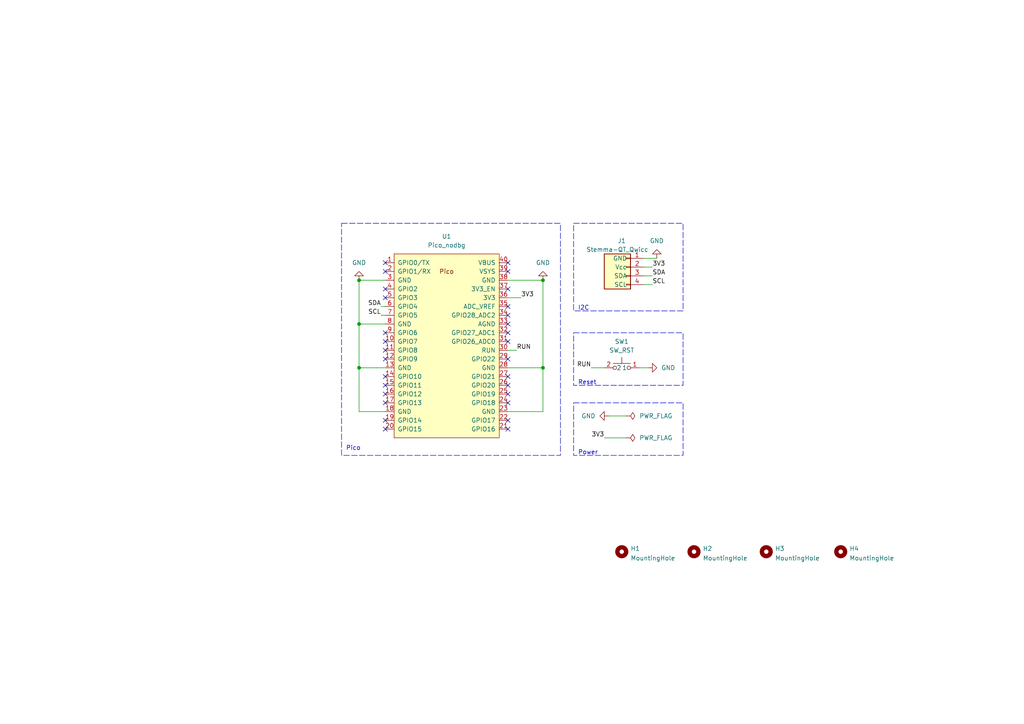
<source format=kicad_sch>
(kicad_sch (version 20230121) (generator eeschema)
  (paper "A4")
  (title_block (title "PCB-Proto-Shim") (date "2025-01-14") (rev "1.00") (company "Bernhard Bablok") (comment 1 "https://github.com/bablokb/pcb-proto-shim"))
  (lib_symbols
    (symbol "Mechanical:MountingHole" (pin_names (offset 1.016))
      (property "Reference" "H" (at 0 5.08 0))
      (property "Value" "MountingHole" (at 0 3.175 0))
      (symbol "MountingHole_0_1"
        (circle (center 0 0) (radius 1.27) (stroke (width 1.27)))
      )
    )
    (symbol "power:GND" (power) (pin_names (offset 0))
      (property "Value" "GND" (at 0 -3.81 0))
      (symbol "GND_0_1"
        (polyline (pts (xy 0 0) (xy 0 -1.27) (xy 1.27 -1.27) (xy 0 -2.54) (xy -1.27 -1.27) (xy 0 -1.27)))
      )
      (symbol "GND_1_1"
        (pin power_in line (at 0 0 270) (length 0) hide (name "GND") (number "1"))
      )
    )
    (symbol "power:PWR_FLAG" (power) (pin_numbers hide) (pin_names (offset 0) hide)
      (property "Value" "PWR_FLAG" (at 0 3.81 0))
      (symbol "PWR_FLAG_0_0"
        (pin power_out line (at 0 0 90) (length 0) (name "pwr") (number "1"))
      )
      (symbol "PWR_FLAG_0_1"
        (polyline (pts (xy 0 0) (xy 0 1.27) (xy -1.016 1.905) (xy 0 2.54) (xy 1.016 1.905) (xy 0 1.27)))
      )
    )
    (symbol "user:Pico_nodbg" (pin_names (offset 1.016))
      (property "Reference" "U" (at -13.97 27.94 0))
      (property "Value" "Pico_nodbg" (at 0 19.05 0))
      (symbol "Pico_nodbg_0_0"
        (text "Pico" (at 0 21.59 0) (effects (font (size 1.27 1.27))))
      )
      (symbol "Pico_nodbg_0_1"
        (rectangle (start -15.24 26.67) (end 15.24 -26.67) (fill (type background)))
      )
      (symbol "Pico_nodbg_1_1"
        (pin bidirectional line (at -17.78 24.13 0) (length 2.54) (name "GPIO0/TX") (number "1"))
        (pin bidirectional line (at -17.78 1.27 0) (length 2.54) (name "GPIO7") (number "10"))
        (pin bidirectional line (at -17.78 -1.27 0) (length 2.54) (name "GPIO8") (number "11"))
        (pin bidirectional line (at -17.78 -3.81 0) (length 2.54) (name "GPIO9") (number "12"))
        (pin power_in line (at -17.78 -6.35 0) (length 2.54) (name "GND") (number "13"))
        (pin bidirectional line (at -17.78 -8.89 0) (length 2.54) (name "GPIO10") (number "14"))
        (pin bidirectional line (at -17.78 -11.43 0) (length 2.54) (name "GPIO11") (number "15"))
        (pin bidirectional line (at -17.78 -13.97 0) (length 2.54) (name "GPIO12") (number "16"))
        (pin bidirectional line (at -17.78 -16.51 0) (length 2.54) (name "GPIO13") (number "17"))
        (pin power_in line (at -17.78 -19.05 0) (length 2.54) (name "GND") (number "18"))
        (pin bidirectional line (at -17.78 -21.59 0) (length 2.54) (name "GPIO14") (number "19"))
        (pin bidirectional line (at -17.78 21.59 0) (length 2.54) (name "GPIO1/RX") (number "2"))
        (pin bidirectional line (at -17.78 -24.13 0) (length 2.54) (name "GPIO15") (number "20"))
        (pin bidirectional line (at 17.78 -24.13 180) (length 2.54) (name "GPIO16") (number "21"))
        (pin bidirectional line (at 17.78 -21.59 180) (length 2.54) (name "GPIO17") (number "22"))
        (pin power_in line (at 17.78 -19.05 180) (length 2.54) (name "GND") (number "23"))
        (pin bidirectional line (at 17.78 -16.51 180) (length 2.54) (name "GPIO18") (number "24"))
        (pin bidirectional line (at 17.78 -13.97 180) (length 2.54) (name "GPIO19") (number "25"))
        (pin bidirectional line (at 17.78 -11.43 180) (length 2.54) (name "GPIO20") (number "26"))
        (pin bidirectional line (at 17.78 -8.89 180) (length 2.54) (name "GPIO21") (number "27"))
        (pin power_in line (at 17.78 -6.35 180) (length 2.54) (name "GND") (number "28"))
        (pin bidirectional line (at 17.78 -3.81 180) (length 2.54) (name "GPIO22") (number "29"))
        (pin power_in line (at -17.78 19.05 0) (length 2.54) (name "GND") (number "3"))
        (pin input line (at 17.78 -1.27 180) (length 2.54) (name "RUN") (number "30"))
        (pin bidirectional line (at 17.78 1.27 180) (length 2.54) (name "GPIO26_ADC0") (number "31"))
        (pin bidirectional line (at 17.78 3.81 180) (length 2.54) (name "GPIO27_ADC1") (number "32"))
        (pin power_in line (at 17.78 6.35 180) (length 2.54) (name "AGND") (number "33"))
        (pin bidirectional line (at 17.78 8.89 180) (length 2.54) (name "GPIO28_ADC2") (number "34"))
        (pin power_in line (at 17.78 11.43 180) (length 2.54) (name "ADC_VREF") (number "35"))
        (pin power_in line (at 17.78 13.97 180) (length 2.54) (name "3V3") (number "36"))
        (pin power_in line (at 17.78 16.51 180) (length 2.54) (name "3V3_EN") (number "37"))
        (pin power_in line (at 17.78 19.05 180) (length 2.54) (name "GND") (number "38"))
        (pin power_in line (at 17.78 21.59 180) (length 2.54) (name "VSYS") (number "39"))
        (pin bidirectional line (at -17.78 16.51 0) (length 2.54) (name "GPIO2") (number "4"))
        (pin power_in line (at 17.78 24.13 180) (length 2.54) (name "VBUS") (number "40"))
        (pin bidirectional line (at -17.78 13.97 0) (length 2.54) (name "GPIO3") (number "5"))
        (pin bidirectional line (at -17.78 11.43 0) (length 2.54) (name "GPIO4") (number "6"))
        (pin bidirectional line (at -17.78 8.89 0) (length 2.54) (name "GPIO5") (number "7"))
        (pin power_in line (at -17.78 6.35 0) (length 2.54) (name "GND") (number "8"))
        (pin bidirectional line (at -17.78 3.81 0) (length 2.54) (name "GPIO6") (number "9"))
      )
    )
    (symbol "user:SW_Push_Vertical" (pin_names (offset 1.016))
      (property "Reference" "SW" (at 1.27 2.54 0))
      (property "Value" "SW_Push_Vertical" (at 0 -2.54 0))
      (symbol "SW_Push_Vertical_0_1"
        (circle (center -2.032 0) (radius 0.508))
        (polyline (pts (xy 0 1.27) (xy 0 3.048)))
        (polyline (pts (xy 2.54 1.27) (xy -2.54 1.27)))
        (circle (center 2.032 0) (radius 0.508))
        (pin passive line (at -5.08 0 0) (length 2.54) (name "1") (number "1"))
        (pin passive line (at 5.08 0 180) (length 2.54) (name "2") (number "2"))
      )
    )
    (symbol "user:Stemma-QT_Qwicc" (pin_names (offset 1.016))
      (property "Reference" "J" (at 2.54 8.89 0))
      (property "Value" "Stemma-QT_Qwicc" (at 2.54 6.35 0))
      (symbol "Stemma-QT_Qwicc_1_1"
        (rectangle (start -1.27 -4.953) (end 0 -5.207) (stroke (width 0.1524)))
        (rectangle (start -1.27 -2.413) (end 0 -2.667) (stroke (width 0.1524)))
        (rectangle (start -1.27 0.127) (end 0 -0.127) (stroke (width 0.1524)))
        (rectangle (start -1.27 2.667) (end 0 2.413) (stroke (width 0.1524)))
        (rectangle (start -1.27 3.81) (end 6.35 -6.35) (stroke (width 0.254)) (fill (type background)))
        (pin power_in line (at -5.08 2.54 0) (length 3.81) (name "GND") (number "1"))
        (pin power_in line (at -5.08 0 0) (length 3.81) (name "Vcc") (number "2"))
        (pin bidirectional line (at -5.08 -2.54 0) (length 3.81) (name "SDA") (number "3"))
        (pin bidirectional line (at -5.08 -5.08 0) (length 3.81) (name "SCL") (number "4"))
      )
    )
  )
  (junction (at 104.14 106.68))
  (junction (at 157.48 81.28))
  (junction (at 157.48 106.68))
  (junction (at 104.14 93.98))
  (junction (at 104.14 81.28))
  (no_connect (at 111.76 86.36))
  (no_connect (at 147.32 91.44))
  (no_connect (at 147.32 121.92))
  (no_connect (at 111.76 96.52))
  (no_connect (at 111.76 124.46))
  (no_connect (at 147.32 78.74))
  (no_connect (at 111.76 104.14))
  (no_connect (at 111.76 101.6))
  (no_connect (at 111.76 114.3))
  (no_connect (at 147.32 96.52))
  (no_connect (at 111.76 99.06))
  (no_connect (at 147.32 111.76))
  (no_connect (at 111.76 109.22))
  (no_connect (at 147.32 104.14))
  (no_connect (at 111.76 76.2))
  (no_connect (at 111.76 116.84))
  (no_connect (at 147.32 76.2))
  (no_connect (at 147.32 93.98))
  (no_connect (at 111.76 121.92))
  (no_connect (at 147.32 99.06))
  (no_connect (at 147.32 114.3))
  (no_connect (at 147.32 83.82))
  (no_connect (at 111.76 111.76))
  (no_connect (at 147.32 88.9))
  (no_connect (at 147.32 124.46))
  (no_connect (at 147.32 109.22))
  (no_connect (at 111.76 83.82))
  (no_connect (at 111.76 78.74))
  (no_connect (at 147.32 116.84))
  (wire (pts (xy 110.49 91.44) (xy 111.76 91.44)))
  (wire (pts (xy 187.96 106.68) (xy 185.42 106.68)))
  (wire (pts (xy 104.14 93.98) (xy 104.14 106.68)))
  (wire (pts (xy 157.48 106.68) (xy 147.32 106.68)))
  (wire (pts (xy 151.13 86.36) (xy 147.32 86.36)))
  (wire (pts (xy 189.23 80.01) (xy 186.69 80.01)))
  (wire (pts (xy 147.32 81.28) (xy 157.48 81.28)))
  (wire (pts (xy 104.14 81.28) (xy 104.14 93.98)))
  (wire (pts (xy 104.14 119.38) (xy 111.76 119.38)))
  (wire (pts (xy 104.14 106.68) (xy 104.14 119.38)))
  (wire (pts (xy 189.23 77.47) (xy 186.69 77.47)))
  (wire (pts (xy 111.76 81.28) (xy 104.14 81.28)))
  (wire (pts (xy 175.26 127) (xy 181.61 127)))
  (wire (pts (xy 176.53 120.65) (xy 181.61 120.65)))
  (wire (pts (xy 149.86 101.6) (xy 147.32 101.6)))
  (wire (pts (xy 190.5 74.93) (xy 186.69 74.93)))
  (wire (pts (xy 104.14 106.68) (xy 111.76 106.68)))
  (wire (pts (xy 189.23 82.55) (xy 186.69 82.55)))
  (wire (pts (xy 171.45 106.68) (xy 175.26 106.68)))
  (wire (pts (xy 110.49 88.9) (xy 111.76 88.9)))
  (wire (pts (xy 157.48 119.38) (xy 147.32 119.38)))
  (wire (pts (xy 157.48 106.68) (xy 157.48 119.38)))
  (wire (pts (xy 157.48 81.28) (xy 157.48 106.68)))
  (wire (pts (xy 104.14 93.98) (xy 111.76 93.98)))
  (rectangle (start 166.37 96.52) (end 198.12 111.76) (stroke (width 0) (type dash)))
  (rectangle (start 166.37 64.77) (end 198.12 90.17) (stroke (width 0) (type dash)))
  (rectangle (start 99.06 64.77) (end 162.56 132.08) (stroke (width 0) (type dash)))
  (rectangle (start 166.37 116.84) (end 198.12 132.08) (stroke (width 0) (type dash)))
  (text "Reset" (at 167.64 111.76 0) (effects (font (size 1.27 1.27)) (justify left bottom)))
  (text "Pico" (at 100.33 130.81 0) (effects (font (size 1.27 1.27)) (justify left bottom)))
  (text "Power" (at 167.64 132.08 0) (effects (font (size 1.27 1.27)) (justify left bottom)))
  (text "I2C" (at 167.64 90.17 0) (effects (font (size 1.27 1.27)) (justify left bottom)))
  (label "SDA" (at 110.49 88.9 180))
  (label "SCL" (at 110.49 91.44 180))
  (label "RUN" (at 171.45 106.68 180))
  (label "SDA" (at 189.23 80.01 0))
  (label "3V3" (at 189.23 77.47 0))
  (label "RUN" (at 149.86 101.6 0))
  (label "3V3" (at 151.13 86.36 0))
  (label "3V3" (at 175.26 127 180))
  (label "SCL" (at 189.23 82.55 0))
  (symbol (lib_id "power:GND") (at 157.48 81.28 180) (unit 1)
    (property "Reference" "#PWR04" (effects hide))
    (property "Value" "GND" (at 157.48 76.2 0))
  )
  (symbol (lib_id "power:GND") (at 176.53 120.65 270) (unit 1)
    (property "Reference" "#PWR05" (effects hide))
    (property "Value" "GND" (at 172.72 120.65 90) (effects (justify right)))
  )
  (symbol (lib_id "power:PWR_FLAG") (at 181.61 127 270) (unit 1)
    (property "Reference" "#FLG02" (effects hide))
    (property "Value" "PWR_FLAG" (at 185.42 127 90) (effects (justify left)))
  )
  (symbol (lib_id "power:GND") (at 190.5 74.93 180) (unit 1)
    (property "Reference" "#PWR02" (effects hide))
    (property "Value" "GND" (at 190.5 69.85 0))
  )
  (symbol (lib_id "user:SW_Push_Vertical") (at 180.34 106.68 0) (mirror y) (unit 1)
    (property "Reference" "SW1" (at 180.34 99.06 0))
    (property "Value" "SW_RST" (at 180.34 101.6 0))
    (property "Footprint" "user:SW_PUSH_1x_6mm" (effects hide))
  )
  (symbol (lib_id "Mechanical:MountingHole") (at 243.84 160.02 0) (unit 1)
    (property "Reference" "H4" (at 246.38 159.1115 0) (effects (justify left)))
    (property "Value" "MountingHole" (at 246.38 161.8866 0) (effects (justify left)))
    (property "Footprint" "MountingHole:MountingHole_2.5mm" (effects hide))
  )
  (symbol (lib_id "user:Stemma-QT_Qwicc") (at 181.61 77.47 0) (mirror y) (unit 1)
    (property "Reference" "J1" (at 180.34 69.85 0))
    (property "Value" "Stemma-QT_Qwicc" (at 179.07 72.39 0))
    (property "Footprint" "user:JST_SH_SM04B-SRSS-TB_1x04-1MP_P1.00mm_Horizontal" (effects hide))
  )
  (symbol (lib_id "power:PWR_FLAG") (at 181.61 120.65 270) (unit 1)
    (property "Reference" "#FLG01" (effects hide))
    (property "Value" "PWR_FLAG" (at 185.42 120.65 90) (effects (justify left)))
  )
  (symbol (lib_id "power:GND") (at 104.14 81.28 180) (unit 1)
    (property "Reference" "#PWR03" (effects hide))
    (property "Value" "GND" (at 104.14 76.2 0))
  )
  (symbol (lib_id "Mechanical:MountingHole") (at 180.34 160.02 0) (unit 1)
    (property "Reference" "H1" (at 182.88 159.1115 0) (effects (justify left)))
    (property "Value" "MountingHole" (at 182.88 161.8866 0) (effects (justify left)))
    (property "Footprint" "MountingHole:MountingHole_2.5mm" (effects hide))
  )
  (symbol (lib_id "Mechanical:MountingHole") (at 201.295 160.02 0) (unit 1)
    (property "Reference" "H2" (at 203.835 159.1115 0) (effects (justify left)))
    (property "Value" "MountingHole" (at 203.835 161.8866 0) (effects (justify left)))
    (property "Footprint" "MountingHole:MountingHole_2.5mm" (effects hide))
  )
  (symbol (lib_id "Mechanical:MountingHole") (at 222.25 160.02 0) (unit 1)
    (property "Reference" "H3" (at 224.79 159.1115 0) (effects (justify left)))
    (property "Value" "MountingHole" (at 224.79 161.8866 0) (effects (justify left)))
    (property "Footprint" "MountingHole:MountingHole_2.5mm" (effects hide))
  )
  (symbol (lib_id "user:Pico_nodbg") (at 129.54 100.33 0) (unit 1)
    (property "Reference" "U1" (at 129.54 68.58 0))
    (property "Value" "Pico_nodbg" (at 129.54 71.12 0))
    (property "Footprint" "user:RPi_Pico_SMD_TH_extended" (effects hide))
  )
  (symbol (lib_id "power:GND") (at 187.96 106.68 90) (unit 1)
    (property "Reference" "#PWR01" (effects hide))
    (property "Value" "GND" (at 191.77 106.68 90) (effects (justify right)))
  )
)
</source>
